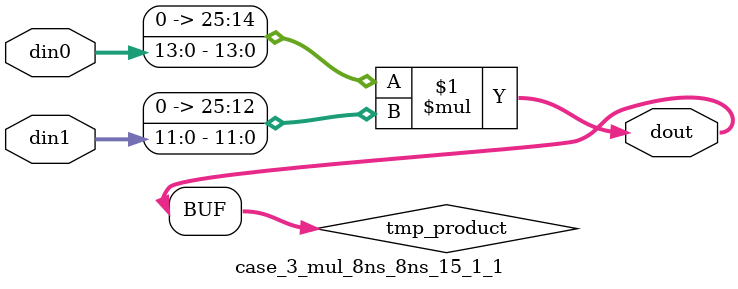
<source format=v>

`timescale 1 ns / 1 ps

 (* use_dsp = "no" *)  module case_3_mul_8ns_8ns_15_1_1(din0, din1, dout);
parameter ID = 1;
parameter NUM_STAGE = 0;
parameter din0_WIDTH = 14;
parameter din1_WIDTH = 12;
parameter dout_WIDTH = 26;

input [din0_WIDTH - 1 : 0] din0; 
input [din1_WIDTH - 1 : 0] din1; 
output [dout_WIDTH - 1 : 0] dout;

wire signed [dout_WIDTH - 1 : 0] tmp_product;
























assign tmp_product = $signed({1'b0, din0}) * $signed({1'b0, din1});











assign dout = tmp_product;





















endmodule

</source>
